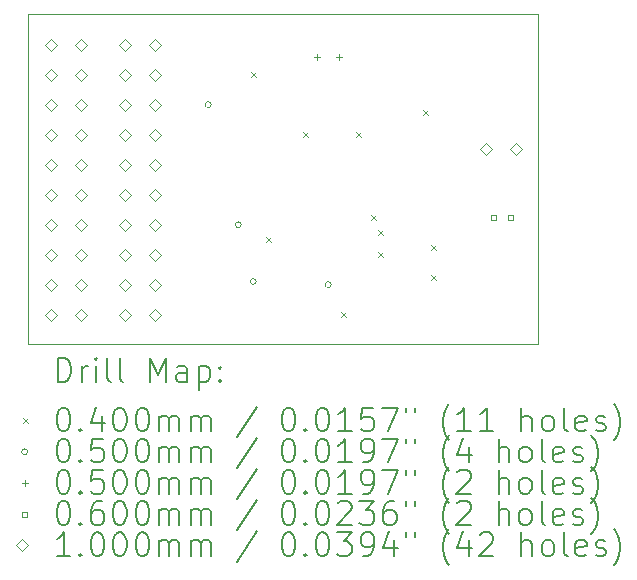
<source format=gbr>
%FSLAX45Y45*%
G04 Gerber Fmt 4.5, Leading zero omitted, Abs format (unit mm)*
G04 Created by KiCad (PCBNEW (6.0.0-0)) date 2023-01-27 15:23:30*
%MOMM*%
%LPD*%
G01*
G04 APERTURE LIST*
%TA.AperFunction,Profile*%
%ADD10C,0.100000*%
%TD*%
%ADD11C,0.200000*%
%ADD12C,0.040000*%
%ADD13C,0.050000*%
%ADD14C,0.060000*%
%ADD15C,0.100000*%
G04 APERTURE END LIST*
D10*
X15494000Y-7491000D02*
X11176000Y-7491000D01*
X11176000Y-7491000D02*
X11176000Y-10285000D01*
X11176000Y-10285000D02*
X15494000Y-10285000D01*
X15494000Y-10285000D02*
X15494000Y-7491000D01*
D11*
D12*
X13061000Y-7981000D02*
X13101000Y-8021000D01*
X13101000Y-7981000D02*
X13061000Y-8021000D01*
X13188000Y-9378000D02*
X13228000Y-9418000D01*
X13228000Y-9378000D02*
X13188000Y-9418000D01*
X13505500Y-8489000D02*
X13545500Y-8529000D01*
X13545500Y-8489000D02*
X13505500Y-8529000D01*
X13823000Y-10013000D02*
X13863000Y-10053000D01*
X13863000Y-10013000D02*
X13823000Y-10053000D01*
X13950000Y-8489000D02*
X13990000Y-8529000D01*
X13990000Y-8489000D02*
X13950000Y-8529000D01*
X14077000Y-9187500D02*
X14117000Y-9227500D01*
X14117000Y-9187500D02*
X14077000Y-9227500D01*
X14140500Y-9314500D02*
X14180500Y-9354500D01*
X14180500Y-9314500D02*
X14140500Y-9354500D01*
X14140500Y-9505000D02*
X14180500Y-9545000D01*
X14180500Y-9505000D02*
X14140500Y-9545000D01*
X14521500Y-8298500D02*
X14561500Y-8338500D01*
X14561500Y-8298500D02*
X14521500Y-8338500D01*
X14585000Y-9441500D02*
X14625000Y-9481500D01*
X14625000Y-9441500D02*
X14585000Y-9481500D01*
X14585000Y-9695500D02*
X14625000Y-9735500D01*
X14625000Y-9695500D02*
X14585000Y-9735500D01*
D13*
X12725000Y-8255000D02*
G75*
G03*
X12725000Y-8255000I-25000J0D01*
G01*
X12979500Y-9271500D02*
G75*
G03*
X12979500Y-9271500I-25000J0D01*
G01*
X13106000Y-9752550D02*
G75*
G03*
X13106000Y-9752550I-25000J0D01*
G01*
X13741000Y-9779000D02*
G75*
G03*
X13741000Y-9779000I-25000J0D01*
G01*
X13621000Y-7830000D02*
X13621000Y-7880000D01*
X13596000Y-7855000D02*
X13646000Y-7855000D01*
X13811000Y-7830000D02*
X13811000Y-7880000D01*
X13786000Y-7855000D02*
X13836000Y-7855000D01*
D14*
X15134213Y-9228713D02*
X15134213Y-9186287D01*
X15091787Y-9186287D01*
X15091787Y-9228713D01*
X15134213Y-9228713D01*
X15284213Y-9228713D02*
X15284213Y-9186287D01*
X15241787Y-9186287D01*
X15241787Y-9228713D01*
X15284213Y-9228713D01*
D15*
X11366500Y-7797000D02*
X11416500Y-7747000D01*
X11366500Y-7697000D01*
X11316500Y-7747000D01*
X11366500Y-7797000D01*
X11366500Y-8051000D02*
X11416500Y-8001000D01*
X11366500Y-7951000D01*
X11316500Y-8001000D01*
X11366500Y-8051000D01*
X11366500Y-8305000D02*
X11416500Y-8255000D01*
X11366500Y-8205000D01*
X11316500Y-8255000D01*
X11366500Y-8305000D01*
X11366500Y-8559000D02*
X11416500Y-8509000D01*
X11366500Y-8459000D01*
X11316500Y-8509000D01*
X11366500Y-8559000D01*
X11366500Y-8813000D02*
X11416500Y-8763000D01*
X11366500Y-8713000D01*
X11316500Y-8763000D01*
X11366500Y-8813000D01*
X11366500Y-9067000D02*
X11416500Y-9017000D01*
X11366500Y-8967000D01*
X11316500Y-9017000D01*
X11366500Y-9067000D01*
X11366500Y-9321000D02*
X11416500Y-9271000D01*
X11366500Y-9221000D01*
X11316500Y-9271000D01*
X11366500Y-9321000D01*
X11366500Y-9575000D02*
X11416500Y-9525000D01*
X11366500Y-9475000D01*
X11316500Y-9525000D01*
X11366500Y-9575000D01*
X11366500Y-9829000D02*
X11416500Y-9779000D01*
X11366500Y-9729000D01*
X11316500Y-9779000D01*
X11366500Y-9829000D01*
X11366500Y-10083000D02*
X11416500Y-10033000D01*
X11366500Y-9983000D01*
X11316500Y-10033000D01*
X11366500Y-10083000D01*
X11620500Y-7797000D02*
X11670500Y-7747000D01*
X11620500Y-7697000D01*
X11570500Y-7747000D01*
X11620500Y-7797000D01*
X11620500Y-8051000D02*
X11670500Y-8001000D01*
X11620500Y-7951000D01*
X11570500Y-8001000D01*
X11620500Y-8051000D01*
X11620500Y-8305000D02*
X11670500Y-8255000D01*
X11620500Y-8205000D01*
X11570500Y-8255000D01*
X11620500Y-8305000D01*
X11620500Y-8559000D02*
X11670500Y-8509000D01*
X11620500Y-8459000D01*
X11570500Y-8509000D01*
X11620500Y-8559000D01*
X11620500Y-8813000D02*
X11670500Y-8763000D01*
X11620500Y-8713000D01*
X11570500Y-8763000D01*
X11620500Y-8813000D01*
X11620500Y-9067000D02*
X11670500Y-9017000D01*
X11620500Y-8967000D01*
X11570500Y-9017000D01*
X11620500Y-9067000D01*
X11620500Y-9321000D02*
X11670500Y-9271000D01*
X11620500Y-9221000D01*
X11570500Y-9271000D01*
X11620500Y-9321000D01*
X11620500Y-9575000D02*
X11670500Y-9525000D01*
X11620500Y-9475000D01*
X11570500Y-9525000D01*
X11620500Y-9575000D01*
X11620500Y-9829000D02*
X11670500Y-9779000D01*
X11620500Y-9729000D01*
X11570500Y-9779000D01*
X11620500Y-9829000D01*
X11620500Y-10083000D02*
X11670500Y-10033000D01*
X11620500Y-9983000D01*
X11570500Y-10033000D01*
X11620500Y-10083000D01*
X11996000Y-7797500D02*
X12046000Y-7747500D01*
X11996000Y-7697500D01*
X11946000Y-7747500D01*
X11996000Y-7797500D01*
X11996000Y-8051500D02*
X12046000Y-8001500D01*
X11996000Y-7951500D01*
X11946000Y-8001500D01*
X11996000Y-8051500D01*
X11996000Y-8305500D02*
X12046000Y-8255500D01*
X11996000Y-8205500D01*
X11946000Y-8255500D01*
X11996000Y-8305500D01*
X11996000Y-8559500D02*
X12046000Y-8509500D01*
X11996000Y-8459500D01*
X11946000Y-8509500D01*
X11996000Y-8559500D01*
X11996000Y-8813500D02*
X12046000Y-8763500D01*
X11996000Y-8713500D01*
X11946000Y-8763500D01*
X11996000Y-8813500D01*
X11996000Y-9067500D02*
X12046000Y-9017500D01*
X11996000Y-8967500D01*
X11946000Y-9017500D01*
X11996000Y-9067500D01*
X11996000Y-9321500D02*
X12046000Y-9271500D01*
X11996000Y-9221500D01*
X11946000Y-9271500D01*
X11996000Y-9321500D01*
X11996000Y-9575500D02*
X12046000Y-9525500D01*
X11996000Y-9475500D01*
X11946000Y-9525500D01*
X11996000Y-9575500D01*
X11996000Y-9829500D02*
X12046000Y-9779500D01*
X11996000Y-9729500D01*
X11946000Y-9779500D01*
X11996000Y-9829500D01*
X11996000Y-10083500D02*
X12046000Y-10033500D01*
X11996000Y-9983500D01*
X11946000Y-10033500D01*
X11996000Y-10083500D01*
X12250000Y-7797500D02*
X12300000Y-7747500D01*
X12250000Y-7697500D01*
X12200000Y-7747500D01*
X12250000Y-7797500D01*
X12250000Y-8051500D02*
X12300000Y-8001500D01*
X12250000Y-7951500D01*
X12200000Y-8001500D01*
X12250000Y-8051500D01*
X12250000Y-8305500D02*
X12300000Y-8255500D01*
X12250000Y-8205500D01*
X12200000Y-8255500D01*
X12250000Y-8305500D01*
X12250000Y-8559500D02*
X12300000Y-8509500D01*
X12250000Y-8459500D01*
X12200000Y-8509500D01*
X12250000Y-8559500D01*
X12250000Y-8813500D02*
X12300000Y-8763500D01*
X12250000Y-8713500D01*
X12200000Y-8763500D01*
X12250000Y-8813500D01*
X12250000Y-9067500D02*
X12300000Y-9017500D01*
X12250000Y-8967500D01*
X12200000Y-9017500D01*
X12250000Y-9067500D01*
X12250000Y-9321500D02*
X12300000Y-9271500D01*
X12250000Y-9221500D01*
X12200000Y-9271500D01*
X12250000Y-9321500D01*
X12250000Y-9575500D02*
X12300000Y-9525500D01*
X12250000Y-9475500D01*
X12200000Y-9525500D01*
X12250000Y-9575500D01*
X12250000Y-9829500D02*
X12300000Y-9779500D01*
X12250000Y-9729500D01*
X12200000Y-9779500D01*
X12250000Y-9829500D01*
X12250000Y-10083500D02*
X12300000Y-10033500D01*
X12250000Y-9983500D01*
X12200000Y-10033500D01*
X12250000Y-10083500D01*
X15050000Y-8679000D02*
X15100000Y-8629000D01*
X15050000Y-8579000D01*
X15000000Y-8629000D01*
X15050000Y-8679000D01*
X15304000Y-8679000D02*
X15354000Y-8629000D01*
X15304000Y-8579000D01*
X15254000Y-8629000D01*
X15304000Y-8679000D01*
D11*
X11428619Y-10600476D02*
X11428619Y-10400476D01*
X11476238Y-10400476D01*
X11504809Y-10410000D01*
X11523857Y-10429048D01*
X11533381Y-10448095D01*
X11542905Y-10486190D01*
X11542905Y-10514762D01*
X11533381Y-10552857D01*
X11523857Y-10571905D01*
X11504809Y-10590952D01*
X11476238Y-10600476D01*
X11428619Y-10600476D01*
X11628619Y-10600476D02*
X11628619Y-10467143D01*
X11628619Y-10505238D02*
X11638143Y-10486190D01*
X11647667Y-10476667D01*
X11666714Y-10467143D01*
X11685762Y-10467143D01*
X11752428Y-10600476D02*
X11752428Y-10467143D01*
X11752428Y-10400476D02*
X11742905Y-10410000D01*
X11752428Y-10419524D01*
X11761952Y-10410000D01*
X11752428Y-10400476D01*
X11752428Y-10419524D01*
X11876238Y-10600476D02*
X11857190Y-10590952D01*
X11847667Y-10571905D01*
X11847667Y-10400476D01*
X11981000Y-10600476D02*
X11961952Y-10590952D01*
X11952428Y-10571905D01*
X11952428Y-10400476D01*
X12209571Y-10600476D02*
X12209571Y-10400476D01*
X12276238Y-10543333D01*
X12342905Y-10400476D01*
X12342905Y-10600476D01*
X12523857Y-10600476D02*
X12523857Y-10495714D01*
X12514333Y-10476667D01*
X12495286Y-10467143D01*
X12457190Y-10467143D01*
X12438143Y-10476667D01*
X12523857Y-10590952D02*
X12504809Y-10600476D01*
X12457190Y-10600476D01*
X12438143Y-10590952D01*
X12428619Y-10571905D01*
X12428619Y-10552857D01*
X12438143Y-10533810D01*
X12457190Y-10524286D01*
X12504809Y-10524286D01*
X12523857Y-10514762D01*
X12619095Y-10467143D02*
X12619095Y-10667143D01*
X12619095Y-10476667D02*
X12638143Y-10467143D01*
X12676238Y-10467143D01*
X12695286Y-10476667D01*
X12704809Y-10486190D01*
X12714333Y-10505238D01*
X12714333Y-10562381D01*
X12704809Y-10581429D01*
X12695286Y-10590952D01*
X12676238Y-10600476D01*
X12638143Y-10600476D01*
X12619095Y-10590952D01*
X12800048Y-10581429D02*
X12809571Y-10590952D01*
X12800048Y-10600476D01*
X12790524Y-10590952D01*
X12800048Y-10581429D01*
X12800048Y-10600476D01*
X12800048Y-10476667D02*
X12809571Y-10486190D01*
X12800048Y-10495714D01*
X12790524Y-10486190D01*
X12800048Y-10476667D01*
X12800048Y-10495714D01*
D12*
X11131000Y-10910000D02*
X11171000Y-10950000D01*
X11171000Y-10910000D02*
X11131000Y-10950000D01*
D11*
X11466714Y-10820476D02*
X11485762Y-10820476D01*
X11504809Y-10830000D01*
X11514333Y-10839524D01*
X11523857Y-10858571D01*
X11533381Y-10896667D01*
X11533381Y-10944286D01*
X11523857Y-10982381D01*
X11514333Y-11001429D01*
X11504809Y-11010952D01*
X11485762Y-11020476D01*
X11466714Y-11020476D01*
X11447667Y-11010952D01*
X11438143Y-11001429D01*
X11428619Y-10982381D01*
X11419095Y-10944286D01*
X11419095Y-10896667D01*
X11428619Y-10858571D01*
X11438143Y-10839524D01*
X11447667Y-10830000D01*
X11466714Y-10820476D01*
X11619095Y-11001429D02*
X11628619Y-11010952D01*
X11619095Y-11020476D01*
X11609571Y-11010952D01*
X11619095Y-11001429D01*
X11619095Y-11020476D01*
X11800048Y-10887143D02*
X11800048Y-11020476D01*
X11752428Y-10810952D02*
X11704809Y-10953810D01*
X11828619Y-10953810D01*
X11942905Y-10820476D02*
X11961952Y-10820476D01*
X11981000Y-10830000D01*
X11990524Y-10839524D01*
X12000048Y-10858571D01*
X12009571Y-10896667D01*
X12009571Y-10944286D01*
X12000048Y-10982381D01*
X11990524Y-11001429D01*
X11981000Y-11010952D01*
X11961952Y-11020476D01*
X11942905Y-11020476D01*
X11923857Y-11010952D01*
X11914333Y-11001429D01*
X11904809Y-10982381D01*
X11895286Y-10944286D01*
X11895286Y-10896667D01*
X11904809Y-10858571D01*
X11914333Y-10839524D01*
X11923857Y-10830000D01*
X11942905Y-10820476D01*
X12133381Y-10820476D02*
X12152428Y-10820476D01*
X12171476Y-10830000D01*
X12181000Y-10839524D01*
X12190524Y-10858571D01*
X12200048Y-10896667D01*
X12200048Y-10944286D01*
X12190524Y-10982381D01*
X12181000Y-11001429D01*
X12171476Y-11010952D01*
X12152428Y-11020476D01*
X12133381Y-11020476D01*
X12114333Y-11010952D01*
X12104809Y-11001429D01*
X12095286Y-10982381D01*
X12085762Y-10944286D01*
X12085762Y-10896667D01*
X12095286Y-10858571D01*
X12104809Y-10839524D01*
X12114333Y-10830000D01*
X12133381Y-10820476D01*
X12285762Y-11020476D02*
X12285762Y-10887143D01*
X12285762Y-10906190D02*
X12295286Y-10896667D01*
X12314333Y-10887143D01*
X12342905Y-10887143D01*
X12361952Y-10896667D01*
X12371476Y-10915714D01*
X12371476Y-11020476D01*
X12371476Y-10915714D02*
X12381000Y-10896667D01*
X12400048Y-10887143D01*
X12428619Y-10887143D01*
X12447667Y-10896667D01*
X12457190Y-10915714D01*
X12457190Y-11020476D01*
X12552428Y-11020476D02*
X12552428Y-10887143D01*
X12552428Y-10906190D02*
X12561952Y-10896667D01*
X12581000Y-10887143D01*
X12609571Y-10887143D01*
X12628619Y-10896667D01*
X12638143Y-10915714D01*
X12638143Y-11020476D01*
X12638143Y-10915714D02*
X12647667Y-10896667D01*
X12666714Y-10887143D01*
X12695286Y-10887143D01*
X12714333Y-10896667D01*
X12723857Y-10915714D01*
X12723857Y-11020476D01*
X13114333Y-10810952D02*
X12942905Y-11068095D01*
X13371476Y-10820476D02*
X13390524Y-10820476D01*
X13409571Y-10830000D01*
X13419095Y-10839524D01*
X13428619Y-10858571D01*
X13438143Y-10896667D01*
X13438143Y-10944286D01*
X13428619Y-10982381D01*
X13419095Y-11001429D01*
X13409571Y-11010952D01*
X13390524Y-11020476D01*
X13371476Y-11020476D01*
X13352428Y-11010952D01*
X13342905Y-11001429D01*
X13333381Y-10982381D01*
X13323857Y-10944286D01*
X13323857Y-10896667D01*
X13333381Y-10858571D01*
X13342905Y-10839524D01*
X13352428Y-10830000D01*
X13371476Y-10820476D01*
X13523857Y-11001429D02*
X13533381Y-11010952D01*
X13523857Y-11020476D01*
X13514333Y-11010952D01*
X13523857Y-11001429D01*
X13523857Y-11020476D01*
X13657190Y-10820476D02*
X13676238Y-10820476D01*
X13695286Y-10830000D01*
X13704809Y-10839524D01*
X13714333Y-10858571D01*
X13723857Y-10896667D01*
X13723857Y-10944286D01*
X13714333Y-10982381D01*
X13704809Y-11001429D01*
X13695286Y-11010952D01*
X13676238Y-11020476D01*
X13657190Y-11020476D01*
X13638143Y-11010952D01*
X13628619Y-11001429D01*
X13619095Y-10982381D01*
X13609571Y-10944286D01*
X13609571Y-10896667D01*
X13619095Y-10858571D01*
X13628619Y-10839524D01*
X13638143Y-10830000D01*
X13657190Y-10820476D01*
X13914333Y-11020476D02*
X13800048Y-11020476D01*
X13857190Y-11020476D02*
X13857190Y-10820476D01*
X13838143Y-10849048D01*
X13819095Y-10868095D01*
X13800048Y-10877619D01*
X14095286Y-10820476D02*
X14000048Y-10820476D01*
X13990524Y-10915714D01*
X14000048Y-10906190D01*
X14019095Y-10896667D01*
X14066714Y-10896667D01*
X14085762Y-10906190D01*
X14095286Y-10915714D01*
X14104809Y-10934762D01*
X14104809Y-10982381D01*
X14095286Y-11001429D01*
X14085762Y-11010952D01*
X14066714Y-11020476D01*
X14019095Y-11020476D01*
X14000048Y-11010952D01*
X13990524Y-11001429D01*
X14171476Y-10820476D02*
X14304809Y-10820476D01*
X14219095Y-11020476D01*
X14371476Y-10820476D02*
X14371476Y-10858571D01*
X14447667Y-10820476D02*
X14447667Y-10858571D01*
X14742905Y-11096667D02*
X14733381Y-11087143D01*
X14714333Y-11058571D01*
X14704809Y-11039524D01*
X14695286Y-11010952D01*
X14685762Y-10963333D01*
X14685762Y-10925238D01*
X14695286Y-10877619D01*
X14704809Y-10849048D01*
X14714333Y-10830000D01*
X14733381Y-10801429D01*
X14742905Y-10791905D01*
X14923857Y-11020476D02*
X14809571Y-11020476D01*
X14866714Y-11020476D02*
X14866714Y-10820476D01*
X14847667Y-10849048D01*
X14828619Y-10868095D01*
X14809571Y-10877619D01*
X15114333Y-11020476D02*
X15000048Y-11020476D01*
X15057190Y-11020476D02*
X15057190Y-10820476D01*
X15038143Y-10849048D01*
X15019095Y-10868095D01*
X15000048Y-10877619D01*
X15352428Y-11020476D02*
X15352428Y-10820476D01*
X15438143Y-11020476D02*
X15438143Y-10915714D01*
X15428619Y-10896667D01*
X15409571Y-10887143D01*
X15381000Y-10887143D01*
X15361952Y-10896667D01*
X15352428Y-10906190D01*
X15561952Y-11020476D02*
X15542905Y-11010952D01*
X15533381Y-11001429D01*
X15523857Y-10982381D01*
X15523857Y-10925238D01*
X15533381Y-10906190D01*
X15542905Y-10896667D01*
X15561952Y-10887143D01*
X15590524Y-10887143D01*
X15609571Y-10896667D01*
X15619095Y-10906190D01*
X15628619Y-10925238D01*
X15628619Y-10982381D01*
X15619095Y-11001429D01*
X15609571Y-11010952D01*
X15590524Y-11020476D01*
X15561952Y-11020476D01*
X15742905Y-11020476D02*
X15723857Y-11010952D01*
X15714333Y-10991905D01*
X15714333Y-10820476D01*
X15895286Y-11010952D02*
X15876238Y-11020476D01*
X15838143Y-11020476D01*
X15819095Y-11010952D01*
X15809571Y-10991905D01*
X15809571Y-10915714D01*
X15819095Y-10896667D01*
X15838143Y-10887143D01*
X15876238Y-10887143D01*
X15895286Y-10896667D01*
X15904809Y-10915714D01*
X15904809Y-10934762D01*
X15809571Y-10953810D01*
X15981000Y-11010952D02*
X16000048Y-11020476D01*
X16038143Y-11020476D01*
X16057190Y-11010952D01*
X16066714Y-10991905D01*
X16066714Y-10982381D01*
X16057190Y-10963333D01*
X16038143Y-10953810D01*
X16009571Y-10953810D01*
X15990524Y-10944286D01*
X15981000Y-10925238D01*
X15981000Y-10915714D01*
X15990524Y-10896667D01*
X16009571Y-10887143D01*
X16038143Y-10887143D01*
X16057190Y-10896667D01*
X16133381Y-11096667D02*
X16142905Y-11087143D01*
X16161952Y-11058571D01*
X16171476Y-11039524D01*
X16181000Y-11010952D01*
X16190524Y-10963333D01*
X16190524Y-10925238D01*
X16181000Y-10877619D01*
X16171476Y-10849048D01*
X16161952Y-10830000D01*
X16142905Y-10801429D01*
X16133381Y-10791905D01*
D13*
X11171000Y-11194000D02*
G75*
G03*
X11171000Y-11194000I-25000J0D01*
G01*
D11*
X11466714Y-11084476D02*
X11485762Y-11084476D01*
X11504809Y-11094000D01*
X11514333Y-11103524D01*
X11523857Y-11122571D01*
X11533381Y-11160667D01*
X11533381Y-11208286D01*
X11523857Y-11246381D01*
X11514333Y-11265428D01*
X11504809Y-11274952D01*
X11485762Y-11284476D01*
X11466714Y-11284476D01*
X11447667Y-11274952D01*
X11438143Y-11265428D01*
X11428619Y-11246381D01*
X11419095Y-11208286D01*
X11419095Y-11160667D01*
X11428619Y-11122571D01*
X11438143Y-11103524D01*
X11447667Y-11094000D01*
X11466714Y-11084476D01*
X11619095Y-11265428D02*
X11628619Y-11274952D01*
X11619095Y-11284476D01*
X11609571Y-11274952D01*
X11619095Y-11265428D01*
X11619095Y-11284476D01*
X11809571Y-11084476D02*
X11714333Y-11084476D01*
X11704809Y-11179714D01*
X11714333Y-11170190D01*
X11733381Y-11160667D01*
X11781000Y-11160667D01*
X11800048Y-11170190D01*
X11809571Y-11179714D01*
X11819095Y-11198762D01*
X11819095Y-11246381D01*
X11809571Y-11265428D01*
X11800048Y-11274952D01*
X11781000Y-11284476D01*
X11733381Y-11284476D01*
X11714333Y-11274952D01*
X11704809Y-11265428D01*
X11942905Y-11084476D02*
X11961952Y-11084476D01*
X11981000Y-11094000D01*
X11990524Y-11103524D01*
X12000048Y-11122571D01*
X12009571Y-11160667D01*
X12009571Y-11208286D01*
X12000048Y-11246381D01*
X11990524Y-11265428D01*
X11981000Y-11274952D01*
X11961952Y-11284476D01*
X11942905Y-11284476D01*
X11923857Y-11274952D01*
X11914333Y-11265428D01*
X11904809Y-11246381D01*
X11895286Y-11208286D01*
X11895286Y-11160667D01*
X11904809Y-11122571D01*
X11914333Y-11103524D01*
X11923857Y-11094000D01*
X11942905Y-11084476D01*
X12133381Y-11084476D02*
X12152428Y-11084476D01*
X12171476Y-11094000D01*
X12181000Y-11103524D01*
X12190524Y-11122571D01*
X12200048Y-11160667D01*
X12200048Y-11208286D01*
X12190524Y-11246381D01*
X12181000Y-11265428D01*
X12171476Y-11274952D01*
X12152428Y-11284476D01*
X12133381Y-11284476D01*
X12114333Y-11274952D01*
X12104809Y-11265428D01*
X12095286Y-11246381D01*
X12085762Y-11208286D01*
X12085762Y-11160667D01*
X12095286Y-11122571D01*
X12104809Y-11103524D01*
X12114333Y-11094000D01*
X12133381Y-11084476D01*
X12285762Y-11284476D02*
X12285762Y-11151143D01*
X12285762Y-11170190D02*
X12295286Y-11160667D01*
X12314333Y-11151143D01*
X12342905Y-11151143D01*
X12361952Y-11160667D01*
X12371476Y-11179714D01*
X12371476Y-11284476D01*
X12371476Y-11179714D02*
X12381000Y-11160667D01*
X12400048Y-11151143D01*
X12428619Y-11151143D01*
X12447667Y-11160667D01*
X12457190Y-11179714D01*
X12457190Y-11284476D01*
X12552428Y-11284476D02*
X12552428Y-11151143D01*
X12552428Y-11170190D02*
X12561952Y-11160667D01*
X12581000Y-11151143D01*
X12609571Y-11151143D01*
X12628619Y-11160667D01*
X12638143Y-11179714D01*
X12638143Y-11284476D01*
X12638143Y-11179714D02*
X12647667Y-11160667D01*
X12666714Y-11151143D01*
X12695286Y-11151143D01*
X12714333Y-11160667D01*
X12723857Y-11179714D01*
X12723857Y-11284476D01*
X13114333Y-11074952D02*
X12942905Y-11332095D01*
X13371476Y-11084476D02*
X13390524Y-11084476D01*
X13409571Y-11094000D01*
X13419095Y-11103524D01*
X13428619Y-11122571D01*
X13438143Y-11160667D01*
X13438143Y-11208286D01*
X13428619Y-11246381D01*
X13419095Y-11265428D01*
X13409571Y-11274952D01*
X13390524Y-11284476D01*
X13371476Y-11284476D01*
X13352428Y-11274952D01*
X13342905Y-11265428D01*
X13333381Y-11246381D01*
X13323857Y-11208286D01*
X13323857Y-11160667D01*
X13333381Y-11122571D01*
X13342905Y-11103524D01*
X13352428Y-11094000D01*
X13371476Y-11084476D01*
X13523857Y-11265428D02*
X13533381Y-11274952D01*
X13523857Y-11284476D01*
X13514333Y-11274952D01*
X13523857Y-11265428D01*
X13523857Y-11284476D01*
X13657190Y-11084476D02*
X13676238Y-11084476D01*
X13695286Y-11094000D01*
X13704809Y-11103524D01*
X13714333Y-11122571D01*
X13723857Y-11160667D01*
X13723857Y-11208286D01*
X13714333Y-11246381D01*
X13704809Y-11265428D01*
X13695286Y-11274952D01*
X13676238Y-11284476D01*
X13657190Y-11284476D01*
X13638143Y-11274952D01*
X13628619Y-11265428D01*
X13619095Y-11246381D01*
X13609571Y-11208286D01*
X13609571Y-11160667D01*
X13619095Y-11122571D01*
X13628619Y-11103524D01*
X13638143Y-11094000D01*
X13657190Y-11084476D01*
X13914333Y-11284476D02*
X13800048Y-11284476D01*
X13857190Y-11284476D02*
X13857190Y-11084476D01*
X13838143Y-11113048D01*
X13819095Y-11132095D01*
X13800048Y-11141619D01*
X14009571Y-11284476D02*
X14047667Y-11284476D01*
X14066714Y-11274952D01*
X14076238Y-11265428D01*
X14095286Y-11236857D01*
X14104809Y-11198762D01*
X14104809Y-11122571D01*
X14095286Y-11103524D01*
X14085762Y-11094000D01*
X14066714Y-11084476D01*
X14028619Y-11084476D01*
X14009571Y-11094000D01*
X14000048Y-11103524D01*
X13990524Y-11122571D01*
X13990524Y-11170190D01*
X14000048Y-11189238D01*
X14009571Y-11198762D01*
X14028619Y-11208286D01*
X14066714Y-11208286D01*
X14085762Y-11198762D01*
X14095286Y-11189238D01*
X14104809Y-11170190D01*
X14171476Y-11084476D02*
X14304809Y-11084476D01*
X14219095Y-11284476D01*
X14371476Y-11084476D02*
X14371476Y-11122571D01*
X14447667Y-11084476D02*
X14447667Y-11122571D01*
X14742905Y-11360667D02*
X14733381Y-11351143D01*
X14714333Y-11322571D01*
X14704809Y-11303524D01*
X14695286Y-11274952D01*
X14685762Y-11227333D01*
X14685762Y-11189238D01*
X14695286Y-11141619D01*
X14704809Y-11113048D01*
X14714333Y-11094000D01*
X14733381Y-11065429D01*
X14742905Y-11055905D01*
X14904809Y-11151143D02*
X14904809Y-11284476D01*
X14857190Y-11074952D02*
X14809571Y-11217809D01*
X14933381Y-11217809D01*
X15161952Y-11284476D02*
X15161952Y-11084476D01*
X15247667Y-11284476D02*
X15247667Y-11179714D01*
X15238143Y-11160667D01*
X15219095Y-11151143D01*
X15190524Y-11151143D01*
X15171476Y-11160667D01*
X15161952Y-11170190D01*
X15371476Y-11284476D02*
X15352428Y-11274952D01*
X15342905Y-11265428D01*
X15333381Y-11246381D01*
X15333381Y-11189238D01*
X15342905Y-11170190D01*
X15352428Y-11160667D01*
X15371476Y-11151143D01*
X15400048Y-11151143D01*
X15419095Y-11160667D01*
X15428619Y-11170190D01*
X15438143Y-11189238D01*
X15438143Y-11246381D01*
X15428619Y-11265428D01*
X15419095Y-11274952D01*
X15400048Y-11284476D01*
X15371476Y-11284476D01*
X15552428Y-11284476D02*
X15533381Y-11274952D01*
X15523857Y-11255905D01*
X15523857Y-11084476D01*
X15704809Y-11274952D02*
X15685762Y-11284476D01*
X15647667Y-11284476D01*
X15628619Y-11274952D01*
X15619095Y-11255905D01*
X15619095Y-11179714D01*
X15628619Y-11160667D01*
X15647667Y-11151143D01*
X15685762Y-11151143D01*
X15704809Y-11160667D01*
X15714333Y-11179714D01*
X15714333Y-11198762D01*
X15619095Y-11217809D01*
X15790524Y-11274952D02*
X15809571Y-11284476D01*
X15847667Y-11284476D01*
X15866714Y-11274952D01*
X15876238Y-11255905D01*
X15876238Y-11246381D01*
X15866714Y-11227333D01*
X15847667Y-11217809D01*
X15819095Y-11217809D01*
X15800048Y-11208286D01*
X15790524Y-11189238D01*
X15790524Y-11179714D01*
X15800048Y-11160667D01*
X15819095Y-11151143D01*
X15847667Y-11151143D01*
X15866714Y-11160667D01*
X15942905Y-11360667D02*
X15952428Y-11351143D01*
X15971476Y-11322571D01*
X15981000Y-11303524D01*
X15990524Y-11274952D01*
X16000048Y-11227333D01*
X16000048Y-11189238D01*
X15990524Y-11141619D01*
X15981000Y-11113048D01*
X15971476Y-11094000D01*
X15952428Y-11065429D01*
X15942905Y-11055905D01*
D13*
X11146000Y-11433000D02*
X11146000Y-11483000D01*
X11121000Y-11458000D02*
X11171000Y-11458000D01*
D11*
X11466714Y-11348476D02*
X11485762Y-11348476D01*
X11504809Y-11358000D01*
X11514333Y-11367524D01*
X11523857Y-11386571D01*
X11533381Y-11424667D01*
X11533381Y-11472286D01*
X11523857Y-11510381D01*
X11514333Y-11529428D01*
X11504809Y-11538952D01*
X11485762Y-11548476D01*
X11466714Y-11548476D01*
X11447667Y-11538952D01*
X11438143Y-11529428D01*
X11428619Y-11510381D01*
X11419095Y-11472286D01*
X11419095Y-11424667D01*
X11428619Y-11386571D01*
X11438143Y-11367524D01*
X11447667Y-11358000D01*
X11466714Y-11348476D01*
X11619095Y-11529428D02*
X11628619Y-11538952D01*
X11619095Y-11548476D01*
X11609571Y-11538952D01*
X11619095Y-11529428D01*
X11619095Y-11548476D01*
X11809571Y-11348476D02*
X11714333Y-11348476D01*
X11704809Y-11443714D01*
X11714333Y-11434190D01*
X11733381Y-11424667D01*
X11781000Y-11424667D01*
X11800048Y-11434190D01*
X11809571Y-11443714D01*
X11819095Y-11462762D01*
X11819095Y-11510381D01*
X11809571Y-11529428D01*
X11800048Y-11538952D01*
X11781000Y-11548476D01*
X11733381Y-11548476D01*
X11714333Y-11538952D01*
X11704809Y-11529428D01*
X11942905Y-11348476D02*
X11961952Y-11348476D01*
X11981000Y-11358000D01*
X11990524Y-11367524D01*
X12000048Y-11386571D01*
X12009571Y-11424667D01*
X12009571Y-11472286D01*
X12000048Y-11510381D01*
X11990524Y-11529428D01*
X11981000Y-11538952D01*
X11961952Y-11548476D01*
X11942905Y-11548476D01*
X11923857Y-11538952D01*
X11914333Y-11529428D01*
X11904809Y-11510381D01*
X11895286Y-11472286D01*
X11895286Y-11424667D01*
X11904809Y-11386571D01*
X11914333Y-11367524D01*
X11923857Y-11358000D01*
X11942905Y-11348476D01*
X12133381Y-11348476D02*
X12152428Y-11348476D01*
X12171476Y-11358000D01*
X12181000Y-11367524D01*
X12190524Y-11386571D01*
X12200048Y-11424667D01*
X12200048Y-11472286D01*
X12190524Y-11510381D01*
X12181000Y-11529428D01*
X12171476Y-11538952D01*
X12152428Y-11548476D01*
X12133381Y-11548476D01*
X12114333Y-11538952D01*
X12104809Y-11529428D01*
X12095286Y-11510381D01*
X12085762Y-11472286D01*
X12085762Y-11424667D01*
X12095286Y-11386571D01*
X12104809Y-11367524D01*
X12114333Y-11358000D01*
X12133381Y-11348476D01*
X12285762Y-11548476D02*
X12285762Y-11415143D01*
X12285762Y-11434190D02*
X12295286Y-11424667D01*
X12314333Y-11415143D01*
X12342905Y-11415143D01*
X12361952Y-11424667D01*
X12371476Y-11443714D01*
X12371476Y-11548476D01*
X12371476Y-11443714D02*
X12381000Y-11424667D01*
X12400048Y-11415143D01*
X12428619Y-11415143D01*
X12447667Y-11424667D01*
X12457190Y-11443714D01*
X12457190Y-11548476D01*
X12552428Y-11548476D02*
X12552428Y-11415143D01*
X12552428Y-11434190D02*
X12561952Y-11424667D01*
X12581000Y-11415143D01*
X12609571Y-11415143D01*
X12628619Y-11424667D01*
X12638143Y-11443714D01*
X12638143Y-11548476D01*
X12638143Y-11443714D02*
X12647667Y-11424667D01*
X12666714Y-11415143D01*
X12695286Y-11415143D01*
X12714333Y-11424667D01*
X12723857Y-11443714D01*
X12723857Y-11548476D01*
X13114333Y-11338952D02*
X12942905Y-11596095D01*
X13371476Y-11348476D02*
X13390524Y-11348476D01*
X13409571Y-11358000D01*
X13419095Y-11367524D01*
X13428619Y-11386571D01*
X13438143Y-11424667D01*
X13438143Y-11472286D01*
X13428619Y-11510381D01*
X13419095Y-11529428D01*
X13409571Y-11538952D01*
X13390524Y-11548476D01*
X13371476Y-11548476D01*
X13352428Y-11538952D01*
X13342905Y-11529428D01*
X13333381Y-11510381D01*
X13323857Y-11472286D01*
X13323857Y-11424667D01*
X13333381Y-11386571D01*
X13342905Y-11367524D01*
X13352428Y-11358000D01*
X13371476Y-11348476D01*
X13523857Y-11529428D02*
X13533381Y-11538952D01*
X13523857Y-11548476D01*
X13514333Y-11538952D01*
X13523857Y-11529428D01*
X13523857Y-11548476D01*
X13657190Y-11348476D02*
X13676238Y-11348476D01*
X13695286Y-11358000D01*
X13704809Y-11367524D01*
X13714333Y-11386571D01*
X13723857Y-11424667D01*
X13723857Y-11472286D01*
X13714333Y-11510381D01*
X13704809Y-11529428D01*
X13695286Y-11538952D01*
X13676238Y-11548476D01*
X13657190Y-11548476D01*
X13638143Y-11538952D01*
X13628619Y-11529428D01*
X13619095Y-11510381D01*
X13609571Y-11472286D01*
X13609571Y-11424667D01*
X13619095Y-11386571D01*
X13628619Y-11367524D01*
X13638143Y-11358000D01*
X13657190Y-11348476D01*
X13914333Y-11548476D02*
X13800048Y-11548476D01*
X13857190Y-11548476D02*
X13857190Y-11348476D01*
X13838143Y-11377048D01*
X13819095Y-11396095D01*
X13800048Y-11405619D01*
X14009571Y-11548476D02*
X14047667Y-11548476D01*
X14066714Y-11538952D01*
X14076238Y-11529428D01*
X14095286Y-11500857D01*
X14104809Y-11462762D01*
X14104809Y-11386571D01*
X14095286Y-11367524D01*
X14085762Y-11358000D01*
X14066714Y-11348476D01*
X14028619Y-11348476D01*
X14009571Y-11358000D01*
X14000048Y-11367524D01*
X13990524Y-11386571D01*
X13990524Y-11434190D01*
X14000048Y-11453238D01*
X14009571Y-11462762D01*
X14028619Y-11472286D01*
X14066714Y-11472286D01*
X14085762Y-11462762D01*
X14095286Y-11453238D01*
X14104809Y-11434190D01*
X14171476Y-11348476D02*
X14304809Y-11348476D01*
X14219095Y-11548476D01*
X14371476Y-11348476D02*
X14371476Y-11386571D01*
X14447667Y-11348476D02*
X14447667Y-11386571D01*
X14742905Y-11624667D02*
X14733381Y-11615143D01*
X14714333Y-11586571D01*
X14704809Y-11567524D01*
X14695286Y-11538952D01*
X14685762Y-11491333D01*
X14685762Y-11453238D01*
X14695286Y-11405619D01*
X14704809Y-11377048D01*
X14714333Y-11358000D01*
X14733381Y-11329428D01*
X14742905Y-11319905D01*
X14809571Y-11367524D02*
X14819095Y-11358000D01*
X14838143Y-11348476D01*
X14885762Y-11348476D01*
X14904809Y-11358000D01*
X14914333Y-11367524D01*
X14923857Y-11386571D01*
X14923857Y-11405619D01*
X14914333Y-11434190D01*
X14800048Y-11548476D01*
X14923857Y-11548476D01*
X15161952Y-11548476D02*
X15161952Y-11348476D01*
X15247667Y-11548476D02*
X15247667Y-11443714D01*
X15238143Y-11424667D01*
X15219095Y-11415143D01*
X15190524Y-11415143D01*
X15171476Y-11424667D01*
X15161952Y-11434190D01*
X15371476Y-11548476D02*
X15352428Y-11538952D01*
X15342905Y-11529428D01*
X15333381Y-11510381D01*
X15333381Y-11453238D01*
X15342905Y-11434190D01*
X15352428Y-11424667D01*
X15371476Y-11415143D01*
X15400048Y-11415143D01*
X15419095Y-11424667D01*
X15428619Y-11434190D01*
X15438143Y-11453238D01*
X15438143Y-11510381D01*
X15428619Y-11529428D01*
X15419095Y-11538952D01*
X15400048Y-11548476D01*
X15371476Y-11548476D01*
X15552428Y-11548476D02*
X15533381Y-11538952D01*
X15523857Y-11519905D01*
X15523857Y-11348476D01*
X15704809Y-11538952D02*
X15685762Y-11548476D01*
X15647667Y-11548476D01*
X15628619Y-11538952D01*
X15619095Y-11519905D01*
X15619095Y-11443714D01*
X15628619Y-11424667D01*
X15647667Y-11415143D01*
X15685762Y-11415143D01*
X15704809Y-11424667D01*
X15714333Y-11443714D01*
X15714333Y-11462762D01*
X15619095Y-11481809D01*
X15790524Y-11538952D02*
X15809571Y-11548476D01*
X15847667Y-11548476D01*
X15866714Y-11538952D01*
X15876238Y-11519905D01*
X15876238Y-11510381D01*
X15866714Y-11491333D01*
X15847667Y-11481809D01*
X15819095Y-11481809D01*
X15800048Y-11472286D01*
X15790524Y-11453238D01*
X15790524Y-11443714D01*
X15800048Y-11424667D01*
X15819095Y-11415143D01*
X15847667Y-11415143D01*
X15866714Y-11424667D01*
X15942905Y-11624667D02*
X15952428Y-11615143D01*
X15971476Y-11586571D01*
X15981000Y-11567524D01*
X15990524Y-11538952D01*
X16000048Y-11491333D01*
X16000048Y-11453238D01*
X15990524Y-11405619D01*
X15981000Y-11377048D01*
X15971476Y-11358000D01*
X15952428Y-11329428D01*
X15942905Y-11319905D01*
D14*
X11162213Y-11743213D02*
X11162213Y-11700787D01*
X11119787Y-11700787D01*
X11119787Y-11743213D01*
X11162213Y-11743213D01*
D11*
X11466714Y-11612476D02*
X11485762Y-11612476D01*
X11504809Y-11622000D01*
X11514333Y-11631524D01*
X11523857Y-11650571D01*
X11533381Y-11688667D01*
X11533381Y-11736286D01*
X11523857Y-11774381D01*
X11514333Y-11793428D01*
X11504809Y-11802952D01*
X11485762Y-11812476D01*
X11466714Y-11812476D01*
X11447667Y-11802952D01*
X11438143Y-11793428D01*
X11428619Y-11774381D01*
X11419095Y-11736286D01*
X11419095Y-11688667D01*
X11428619Y-11650571D01*
X11438143Y-11631524D01*
X11447667Y-11622000D01*
X11466714Y-11612476D01*
X11619095Y-11793428D02*
X11628619Y-11802952D01*
X11619095Y-11812476D01*
X11609571Y-11802952D01*
X11619095Y-11793428D01*
X11619095Y-11812476D01*
X11800048Y-11612476D02*
X11761952Y-11612476D01*
X11742905Y-11622000D01*
X11733381Y-11631524D01*
X11714333Y-11660095D01*
X11704809Y-11698190D01*
X11704809Y-11774381D01*
X11714333Y-11793428D01*
X11723857Y-11802952D01*
X11742905Y-11812476D01*
X11781000Y-11812476D01*
X11800048Y-11802952D01*
X11809571Y-11793428D01*
X11819095Y-11774381D01*
X11819095Y-11726762D01*
X11809571Y-11707714D01*
X11800048Y-11698190D01*
X11781000Y-11688667D01*
X11742905Y-11688667D01*
X11723857Y-11698190D01*
X11714333Y-11707714D01*
X11704809Y-11726762D01*
X11942905Y-11612476D02*
X11961952Y-11612476D01*
X11981000Y-11622000D01*
X11990524Y-11631524D01*
X12000048Y-11650571D01*
X12009571Y-11688667D01*
X12009571Y-11736286D01*
X12000048Y-11774381D01*
X11990524Y-11793428D01*
X11981000Y-11802952D01*
X11961952Y-11812476D01*
X11942905Y-11812476D01*
X11923857Y-11802952D01*
X11914333Y-11793428D01*
X11904809Y-11774381D01*
X11895286Y-11736286D01*
X11895286Y-11688667D01*
X11904809Y-11650571D01*
X11914333Y-11631524D01*
X11923857Y-11622000D01*
X11942905Y-11612476D01*
X12133381Y-11612476D02*
X12152428Y-11612476D01*
X12171476Y-11622000D01*
X12181000Y-11631524D01*
X12190524Y-11650571D01*
X12200048Y-11688667D01*
X12200048Y-11736286D01*
X12190524Y-11774381D01*
X12181000Y-11793428D01*
X12171476Y-11802952D01*
X12152428Y-11812476D01*
X12133381Y-11812476D01*
X12114333Y-11802952D01*
X12104809Y-11793428D01*
X12095286Y-11774381D01*
X12085762Y-11736286D01*
X12085762Y-11688667D01*
X12095286Y-11650571D01*
X12104809Y-11631524D01*
X12114333Y-11622000D01*
X12133381Y-11612476D01*
X12285762Y-11812476D02*
X12285762Y-11679143D01*
X12285762Y-11698190D02*
X12295286Y-11688667D01*
X12314333Y-11679143D01*
X12342905Y-11679143D01*
X12361952Y-11688667D01*
X12371476Y-11707714D01*
X12371476Y-11812476D01*
X12371476Y-11707714D02*
X12381000Y-11688667D01*
X12400048Y-11679143D01*
X12428619Y-11679143D01*
X12447667Y-11688667D01*
X12457190Y-11707714D01*
X12457190Y-11812476D01*
X12552428Y-11812476D02*
X12552428Y-11679143D01*
X12552428Y-11698190D02*
X12561952Y-11688667D01*
X12581000Y-11679143D01*
X12609571Y-11679143D01*
X12628619Y-11688667D01*
X12638143Y-11707714D01*
X12638143Y-11812476D01*
X12638143Y-11707714D02*
X12647667Y-11688667D01*
X12666714Y-11679143D01*
X12695286Y-11679143D01*
X12714333Y-11688667D01*
X12723857Y-11707714D01*
X12723857Y-11812476D01*
X13114333Y-11602952D02*
X12942905Y-11860095D01*
X13371476Y-11612476D02*
X13390524Y-11612476D01*
X13409571Y-11622000D01*
X13419095Y-11631524D01*
X13428619Y-11650571D01*
X13438143Y-11688667D01*
X13438143Y-11736286D01*
X13428619Y-11774381D01*
X13419095Y-11793428D01*
X13409571Y-11802952D01*
X13390524Y-11812476D01*
X13371476Y-11812476D01*
X13352428Y-11802952D01*
X13342905Y-11793428D01*
X13333381Y-11774381D01*
X13323857Y-11736286D01*
X13323857Y-11688667D01*
X13333381Y-11650571D01*
X13342905Y-11631524D01*
X13352428Y-11622000D01*
X13371476Y-11612476D01*
X13523857Y-11793428D02*
X13533381Y-11802952D01*
X13523857Y-11812476D01*
X13514333Y-11802952D01*
X13523857Y-11793428D01*
X13523857Y-11812476D01*
X13657190Y-11612476D02*
X13676238Y-11612476D01*
X13695286Y-11622000D01*
X13704809Y-11631524D01*
X13714333Y-11650571D01*
X13723857Y-11688667D01*
X13723857Y-11736286D01*
X13714333Y-11774381D01*
X13704809Y-11793428D01*
X13695286Y-11802952D01*
X13676238Y-11812476D01*
X13657190Y-11812476D01*
X13638143Y-11802952D01*
X13628619Y-11793428D01*
X13619095Y-11774381D01*
X13609571Y-11736286D01*
X13609571Y-11688667D01*
X13619095Y-11650571D01*
X13628619Y-11631524D01*
X13638143Y-11622000D01*
X13657190Y-11612476D01*
X13800048Y-11631524D02*
X13809571Y-11622000D01*
X13828619Y-11612476D01*
X13876238Y-11612476D01*
X13895286Y-11622000D01*
X13904809Y-11631524D01*
X13914333Y-11650571D01*
X13914333Y-11669619D01*
X13904809Y-11698190D01*
X13790524Y-11812476D01*
X13914333Y-11812476D01*
X13981000Y-11612476D02*
X14104809Y-11612476D01*
X14038143Y-11688667D01*
X14066714Y-11688667D01*
X14085762Y-11698190D01*
X14095286Y-11707714D01*
X14104809Y-11726762D01*
X14104809Y-11774381D01*
X14095286Y-11793428D01*
X14085762Y-11802952D01*
X14066714Y-11812476D01*
X14009571Y-11812476D01*
X13990524Y-11802952D01*
X13981000Y-11793428D01*
X14276238Y-11612476D02*
X14238143Y-11612476D01*
X14219095Y-11622000D01*
X14209571Y-11631524D01*
X14190524Y-11660095D01*
X14181000Y-11698190D01*
X14181000Y-11774381D01*
X14190524Y-11793428D01*
X14200048Y-11802952D01*
X14219095Y-11812476D01*
X14257190Y-11812476D01*
X14276238Y-11802952D01*
X14285762Y-11793428D01*
X14295286Y-11774381D01*
X14295286Y-11726762D01*
X14285762Y-11707714D01*
X14276238Y-11698190D01*
X14257190Y-11688667D01*
X14219095Y-11688667D01*
X14200048Y-11698190D01*
X14190524Y-11707714D01*
X14181000Y-11726762D01*
X14371476Y-11612476D02*
X14371476Y-11650571D01*
X14447667Y-11612476D02*
X14447667Y-11650571D01*
X14742905Y-11888667D02*
X14733381Y-11879143D01*
X14714333Y-11850571D01*
X14704809Y-11831524D01*
X14695286Y-11802952D01*
X14685762Y-11755333D01*
X14685762Y-11717238D01*
X14695286Y-11669619D01*
X14704809Y-11641048D01*
X14714333Y-11622000D01*
X14733381Y-11593428D01*
X14742905Y-11583905D01*
X14809571Y-11631524D02*
X14819095Y-11622000D01*
X14838143Y-11612476D01*
X14885762Y-11612476D01*
X14904809Y-11622000D01*
X14914333Y-11631524D01*
X14923857Y-11650571D01*
X14923857Y-11669619D01*
X14914333Y-11698190D01*
X14800048Y-11812476D01*
X14923857Y-11812476D01*
X15161952Y-11812476D02*
X15161952Y-11612476D01*
X15247667Y-11812476D02*
X15247667Y-11707714D01*
X15238143Y-11688667D01*
X15219095Y-11679143D01*
X15190524Y-11679143D01*
X15171476Y-11688667D01*
X15161952Y-11698190D01*
X15371476Y-11812476D02*
X15352428Y-11802952D01*
X15342905Y-11793428D01*
X15333381Y-11774381D01*
X15333381Y-11717238D01*
X15342905Y-11698190D01*
X15352428Y-11688667D01*
X15371476Y-11679143D01*
X15400048Y-11679143D01*
X15419095Y-11688667D01*
X15428619Y-11698190D01*
X15438143Y-11717238D01*
X15438143Y-11774381D01*
X15428619Y-11793428D01*
X15419095Y-11802952D01*
X15400048Y-11812476D01*
X15371476Y-11812476D01*
X15552428Y-11812476D02*
X15533381Y-11802952D01*
X15523857Y-11783905D01*
X15523857Y-11612476D01*
X15704809Y-11802952D02*
X15685762Y-11812476D01*
X15647667Y-11812476D01*
X15628619Y-11802952D01*
X15619095Y-11783905D01*
X15619095Y-11707714D01*
X15628619Y-11688667D01*
X15647667Y-11679143D01*
X15685762Y-11679143D01*
X15704809Y-11688667D01*
X15714333Y-11707714D01*
X15714333Y-11726762D01*
X15619095Y-11745809D01*
X15790524Y-11802952D02*
X15809571Y-11812476D01*
X15847667Y-11812476D01*
X15866714Y-11802952D01*
X15876238Y-11783905D01*
X15876238Y-11774381D01*
X15866714Y-11755333D01*
X15847667Y-11745809D01*
X15819095Y-11745809D01*
X15800048Y-11736286D01*
X15790524Y-11717238D01*
X15790524Y-11707714D01*
X15800048Y-11688667D01*
X15819095Y-11679143D01*
X15847667Y-11679143D01*
X15866714Y-11688667D01*
X15942905Y-11888667D02*
X15952428Y-11879143D01*
X15971476Y-11850571D01*
X15981000Y-11831524D01*
X15990524Y-11802952D01*
X16000048Y-11755333D01*
X16000048Y-11717238D01*
X15990524Y-11669619D01*
X15981000Y-11641048D01*
X15971476Y-11622000D01*
X15952428Y-11593428D01*
X15942905Y-11583905D01*
D15*
X11121000Y-12036000D02*
X11171000Y-11986000D01*
X11121000Y-11936000D01*
X11071000Y-11986000D01*
X11121000Y-12036000D01*
D11*
X11533381Y-12076476D02*
X11419095Y-12076476D01*
X11476238Y-12076476D02*
X11476238Y-11876476D01*
X11457190Y-11905048D01*
X11438143Y-11924095D01*
X11419095Y-11933619D01*
X11619095Y-12057428D02*
X11628619Y-12066952D01*
X11619095Y-12076476D01*
X11609571Y-12066952D01*
X11619095Y-12057428D01*
X11619095Y-12076476D01*
X11752428Y-11876476D02*
X11771476Y-11876476D01*
X11790524Y-11886000D01*
X11800048Y-11895524D01*
X11809571Y-11914571D01*
X11819095Y-11952667D01*
X11819095Y-12000286D01*
X11809571Y-12038381D01*
X11800048Y-12057428D01*
X11790524Y-12066952D01*
X11771476Y-12076476D01*
X11752428Y-12076476D01*
X11733381Y-12066952D01*
X11723857Y-12057428D01*
X11714333Y-12038381D01*
X11704809Y-12000286D01*
X11704809Y-11952667D01*
X11714333Y-11914571D01*
X11723857Y-11895524D01*
X11733381Y-11886000D01*
X11752428Y-11876476D01*
X11942905Y-11876476D02*
X11961952Y-11876476D01*
X11981000Y-11886000D01*
X11990524Y-11895524D01*
X12000048Y-11914571D01*
X12009571Y-11952667D01*
X12009571Y-12000286D01*
X12000048Y-12038381D01*
X11990524Y-12057428D01*
X11981000Y-12066952D01*
X11961952Y-12076476D01*
X11942905Y-12076476D01*
X11923857Y-12066952D01*
X11914333Y-12057428D01*
X11904809Y-12038381D01*
X11895286Y-12000286D01*
X11895286Y-11952667D01*
X11904809Y-11914571D01*
X11914333Y-11895524D01*
X11923857Y-11886000D01*
X11942905Y-11876476D01*
X12133381Y-11876476D02*
X12152428Y-11876476D01*
X12171476Y-11886000D01*
X12181000Y-11895524D01*
X12190524Y-11914571D01*
X12200048Y-11952667D01*
X12200048Y-12000286D01*
X12190524Y-12038381D01*
X12181000Y-12057428D01*
X12171476Y-12066952D01*
X12152428Y-12076476D01*
X12133381Y-12076476D01*
X12114333Y-12066952D01*
X12104809Y-12057428D01*
X12095286Y-12038381D01*
X12085762Y-12000286D01*
X12085762Y-11952667D01*
X12095286Y-11914571D01*
X12104809Y-11895524D01*
X12114333Y-11886000D01*
X12133381Y-11876476D01*
X12285762Y-12076476D02*
X12285762Y-11943143D01*
X12285762Y-11962190D02*
X12295286Y-11952667D01*
X12314333Y-11943143D01*
X12342905Y-11943143D01*
X12361952Y-11952667D01*
X12371476Y-11971714D01*
X12371476Y-12076476D01*
X12371476Y-11971714D02*
X12381000Y-11952667D01*
X12400048Y-11943143D01*
X12428619Y-11943143D01*
X12447667Y-11952667D01*
X12457190Y-11971714D01*
X12457190Y-12076476D01*
X12552428Y-12076476D02*
X12552428Y-11943143D01*
X12552428Y-11962190D02*
X12561952Y-11952667D01*
X12581000Y-11943143D01*
X12609571Y-11943143D01*
X12628619Y-11952667D01*
X12638143Y-11971714D01*
X12638143Y-12076476D01*
X12638143Y-11971714D02*
X12647667Y-11952667D01*
X12666714Y-11943143D01*
X12695286Y-11943143D01*
X12714333Y-11952667D01*
X12723857Y-11971714D01*
X12723857Y-12076476D01*
X13114333Y-11866952D02*
X12942905Y-12124095D01*
X13371476Y-11876476D02*
X13390524Y-11876476D01*
X13409571Y-11886000D01*
X13419095Y-11895524D01*
X13428619Y-11914571D01*
X13438143Y-11952667D01*
X13438143Y-12000286D01*
X13428619Y-12038381D01*
X13419095Y-12057428D01*
X13409571Y-12066952D01*
X13390524Y-12076476D01*
X13371476Y-12076476D01*
X13352428Y-12066952D01*
X13342905Y-12057428D01*
X13333381Y-12038381D01*
X13323857Y-12000286D01*
X13323857Y-11952667D01*
X13333381Y-11914571D01*
X13342905Y-11895524D01*
X13352428Y-11886000D01*
X13371476Y-11876476D01*
X13523857Y-12057428D02*
X13533381Y-12066952D01*
X13523857Y-12076476D01*
X13514333Y-12066952D01*
X13523857Y-12057428D01*
X13523857Y-12076476D01*
X13657190Y-11876476D02*
X13676238Y-11876476D01*
X13695286Y-11886000D01*
X13704809Y-11895524D01*
X13714333Y-11914571D01*
X13723857Y-11952667D01*
X13723857Y-12000286D01*
X13714333Y-12038381D01*
X13704809Y-12057428D01*
X13695286Y-12066952D01*
X13676238Y-12076476D01*
X13657190Y-12076476D01*
X13638143Y-12066952D01*
X13628619Y-12057428D01*
X13619095Y-12038381D01*
X13609571Y-12000286D01*
X13609571Y-11952667D01*
X13619095Y-11914571D01*
X13628619Y-11895524D01*
X13638143Y-11886000D01*
X13657190Y-11876476D01*
X13790524Y-11876476D02*
X13914333Y-11876476D01*
X13847667Y-11952667D01*
X13876238Y-11952667D01*
X13895286Y-11962190D01*
X13904809Y-11971714D01*
X13914333Y-11990762D01*
X13914333Y-12038381D01*
X13904809Y-12057428D01*
X13895286Y-12066952D01*
X13876238Y-12076476D01*
X13819095Y-12076476D01*
X13800048Y-12066952D01*
X13790524Y-12057428D01*
X14009571Y-12076476D02*
X14047667Y-12076476D01*
X14066714Y-12066952D01*
X14076238Y-12057428D01*
X14095286Y-12028857D01*
X14104809Y-11990762D01*
X14104809Y-11914571D01*
X14095286Y-11895524D01*
X14085762Y-11886000D01*
X14066714Y-11876476D01*
X14028619Y-11876476D01*
X14009571Y-11886000D01*
X14000048Y-11895524D01*
X13990524Y-11914571D01*
X13990524Y-11962190D01*
X14000048Y-11981238D01*
X14009571Y-11990762D01*
X14028619Y-12000286D01*
X14066714Y-12000286D01*
X14085762Y-11990762D01*
X14095286Y-11981238D01*
X14104809Y-11962190D01*
X14276238Y-11943143D02*
X14276238Y-12076476D01*
X14228619Y-11866952D02*
X14181000Y-12009809D01*
X14304809Y-12009809D01*
X14371476Y-11876476D02*
X14371476Y-11914571D01*
X14447667Y-11876476D02*
X14447667Y-11914571D01*
X14742905Y-12152667D02*
X14733381Y-12143143D01*
X14714333Y-12114571D01*
X14704809Y-12095524D01*
X14695286Y-12066952D01*
X14685762Y-12019333D01*
X14685762Y-11981238D01*
X14695286Y-11933619D01*
X14704809Y-11905048D01*
X14714333Y-11886000D01*
X14733381Y-11857428D01*
X14742905Y-11847905D01*
X14904809Y-11943143D02*
X14904809Y-12076476D01*
X14857190Y-11866952D02*
X14809571Y-12009809D01*
X14933381Y-12009809D01*
X15000048Y-11895524D02*
X15009571Y-11886000D01*
X15028619Y-11876476D01*
X15076238Y-11876476D01*
X15095286Y-11886000D01*
X15104809Y-11895524D01*
X15114333Y-11914571D01*
X15114333Y-11933619D01*
X15104809Y-11962190D01*
X14990524Y-12076476D01*
X15114333Y-12076476D01*
X15352428Y-12076476D02*
X15352428Y-11876476D01*
X15438143Y-12076476D02*
X15438143Y-11971714D01*
X15428619Y-11952667D01*
X15409571Y-11943143D01*
X15381000Y-11943143D01*
X15361952Y-11952667D01*
X15352428Y-11962190D01*
X15561952Y-12076476D02*
X15542905Y-12066952D01*
X15533381Y-12057428D01*
X15523857Y-12038381D01*
X15523857Y-11981238D01*
X15533381Y-11962190D01*
X15542905Y-11952667D01*
X15561952Y-11943143D01*
X15590524Y-11943143D01*
X15609571Y-11952667D01*
X15619095Y-11962190D01*
X15628619Y-11981238D01*
X15628619Y-12038381D01*
X15619095Y-12057428D01*
X15609571Y-12066952D01*
X15590524Y-12076476D01*
X15561952Y-12076476D01*
X15742905Y-12076476D02*
X15723857Y-12066952D01*
X15714333Y-12047905D01*
X15714333Y-11876476D01*
X15895286Y-12066952D02*
X15876238Y-12076476D01*
X15838143Y-12076476D01*
X15819095Y-12066952D01*
X15809571Y-12047905D01*
X15809571Y-11971714D01*
X15819095Y-11952667D01*
X15838143Y-11943143D01*
X15876238Y-11943143D01*
X15895286Y-11952667D01*
X15904809Y-11971714D01*
X15904809Y-11990762D01*
X15809571Y-12009809D01*
X15981000Y-12066952D02*
X16000048Y-12076476D01*
X16038143Y-12076476D01*
X16057190Y-12066952D01*
X16066714Y-12047905D01*
X16066714Y-12038381D01*
X16057190Y-12019333D01*
X16038143Y-12009809D01*
X16009571Y-12009809D01*
X15990524Y-12000286D01*
X15981000Y-11981238D01*
X15981000Y-11971714D01*
X15990524Y-11952667D01*
X16009571Y-11943143D01*
X16038143Y-11943143D01*
X16057190Y-11952667D01*
X16133381Y-12152667D02*
X16142905Y-12143143D01*
X16161952Y-12114571D01*
X16171476Y-12095524D01*
X16181000Y-12066952D01*
X16190524Y-12019333D01*
X16190524Y-11981238D01*
X16181000Y-11933619D01*
X16171476Y-11905048D01*
X16161952Y-11886000D01*
X16142905Y-11857428D01*
X16133381Y-11847905D01*
M02*

</source>
